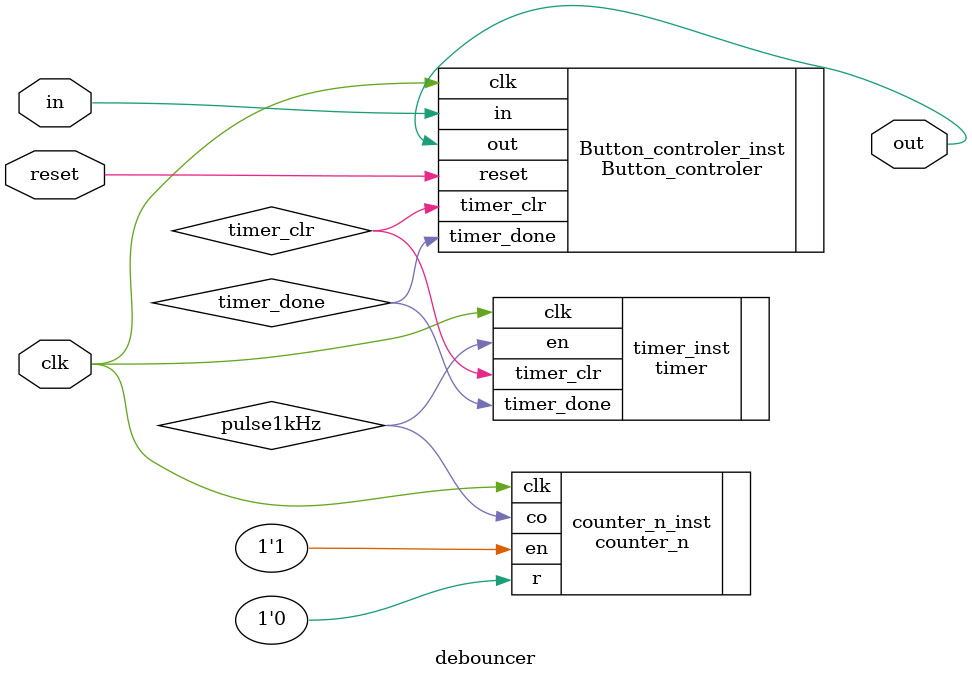
<source format=v>
module debouncer (
    clk,
    in,
    reset,
    out
);
    parameter sim = 0;

    input clk, in, reset;
    output out;

    wire pulse1kHz;
    wire timer_clr, timer_done;

    //分频�??
    counter_n #(.n(sim ? 32 : 100000), .counter_bits(sim ? 5 : 17)) 
        counter_n_inst(.clk(clk), .en(1'b1), .r(1'b0), .co(pulse1kHz));

    //创建计时�??
    timer #(.period(10), .count_bits(5)) 
        timer_inst(.clk(clk), .en(pulse1kHz), .timer_clr(timer_clr), .timer_done(timer_done));

    //创建控制�??
    Button_controler Button_controler_inst(.clk(clk), 
                             .in(in), 
                             .reset(reset), 
                             .timer_clr(timer_clr), 
                             .timer_done(timer_done), 
                             .out(out));
endmodule
</source>
